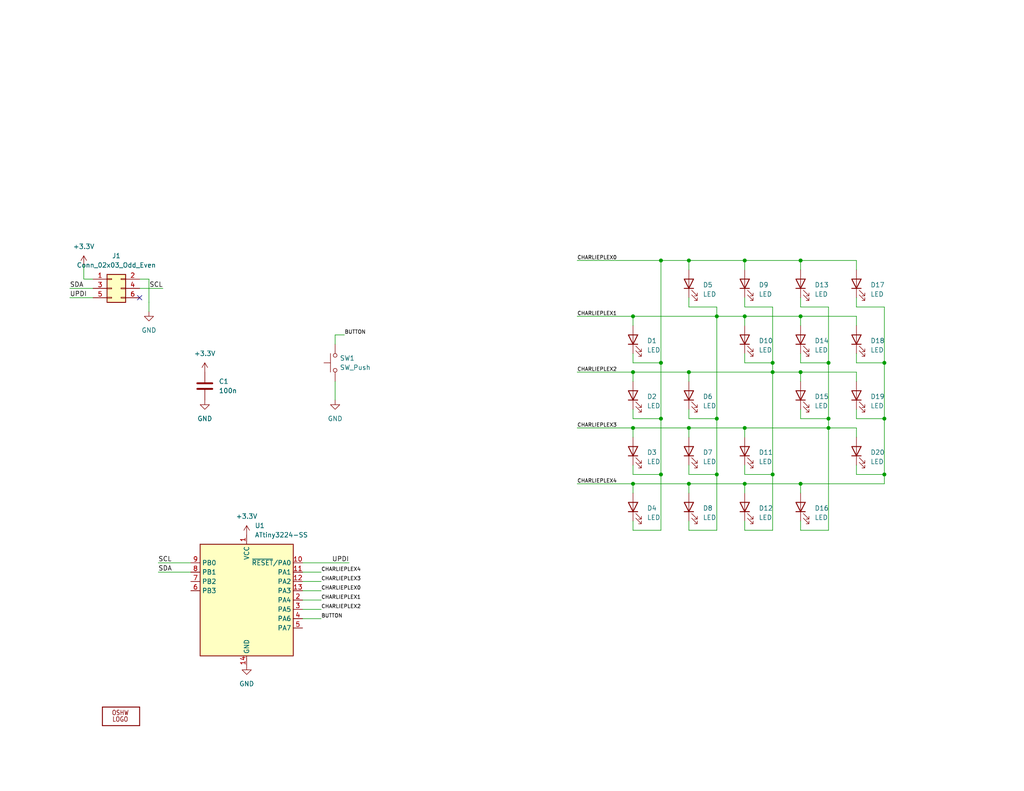
<source format=kicad_sch>
(kicad_sch (version 20230121) (generator eeschema)
  (paper "USLetter")
  (lib_symbols
    (symbol "Connector_Generic:Conn_02x03_Odd_Even" (pin_names (offset 1.016) hide)
      (property "Reference" "J" (at 1.27 5.08 0))
      (property "Value" "Conn_02x03_Odd_Even" (at 1.27 -5.08 0))
      (symbol "Conn_02x03_Odd_Even_1_1"
        (rectangle (start -1.27 -2.413) (end 0 -2.667) (stroke (width 0.1524)))
        (rectangle (start -1.27 0.127) (end 0 -0.127) (stroke (width 0.1524)))
        (rectangle (start -1.27 2.667) (end 0 2.413) (stroke (width 0.1524)))
        (rectangle (start -1.27 3.81) (end 3.81 -3.81) (stroke (width 0.254)) (fill (type background)))
        (rectangle (start 3.81 -2.413) (end 2.54 -2.667) (stroke (width 0.1524)))
        (rectangle (start 3.81 0.127) (end 2.54 -0.127) (stroke (width 0.1524)))
        (rectangle (start 3.81 2.667) (end 2.54 2.413) (stroke (width 0.1524)))
        (pin passive line (at -5.08 2.54 0) (length 3.81) (name "Pin_1") (number "1"))
        (pin passive line (at 7.62 2.54 180) (length 3.81) (name "Pin_2") (number "2"))
        (pin passive line (at -5.08 0 0) (length 3.81) (name "Pin_3") (number "3"))
        (pin passive line (at 7.62 0 180) (length 3.81) (name "Pin_4") (number "4"))
        (pin passive line (at -5.08 -2.54 0) (length 3.81) (name "Pin_5") (number "5"))
        (pin passive line (at 7.62 -2.54 180) (length 3.81) (name "Pin_6") (number "6"))
      )
    )
    (symbol "Device:C" (pin_numbers hide) (pin_names (offset 0.254))
      (property "Reference" "C" (at 0.635 2.54 0))
      (property "Value" "C" (at 0.635 -2.54 0))
      (symbol "C_0_1"
        (polyline (pts (xy -2.032 -0.762) (xy 2.032 -0.762)) (stroke (width 0.508)))
        (polyline (pts (xy -2.032 0.762) (xy 2.032 0.762)) (stroke (width 0.508)))
      )
      (symbol "C_1_1"
        (pin passive line (at 0 3.81 270) (length 2.794) (name "~") (number "1"))
        (pin passive line (at 0 -3.81 90) (length 2.794) (name "~") (number "2"))
      )
    )
    (symbol "Device:LED" (pin_numbers hide) (pin_names (offset 1.016) hide)
      (property "Reference" "D" (at 0 2.54 0))
      (property "Value" "LED" (at 0 -2.54 0))
      (symbol "LED_0_1"
        (polyline (pts (xy -1.27 -1.27) (xy -1.27 1.27)) (stroke (width 0.254)))
        (polyline (pts (xy -1.27 0) (xy 1.27 0)))
        (polyline (pts (xy 1.27 -1.27) (xy 1.27 1.27) (xy -1.27 0) (xy 1.27 -1.27)) (stroke (width 0.254)))
        (polyline (pts (xy -3.048 -0.762) (xy -4.572 -2.286) (xy -3.81 -2.286) (xy -4.572 -2.286) (xy -4.572 -1.524)))
        (polyline (pts (xy -1.778 -0.762) (xy -3.302 -2.286) (xy -2.54 -2.286) (xy -3.302 -2.286) (xy -3.302 -1.524)))
      )
      (symbol "LED_1_1"
        (pin passive line (at -3.81 0 0) (length 2.54) (name "K") (number "1"))
        (pin passive line (at 3.81 0 180) (length 2.54) (name "A") (number "2"))
      )
    )
    (symbol "MCU_Microchip_ATtiny:ATtiny3224-SS"
      (property "Reference" "U" (at -12.7 16.51 0))
      (property "Value" "ATtiny3224-SS" (at 2.54 -16.51 0))
      (symbol "ATtiny3224-SS_0_1"
        (rectangle (start -12.7 -15.24) (end 12.7 15.24) (stroke (width 0.254)) (fill (type background)))
      )
      (symbol "ATtiny3224-SS_1_1"
        (pin power_in line (at 0 17.78 270) (length 2.54) (name "VCC") (number "1"))
        (pin bidirectional line (at 15.24 10.16 180) (length 2.54) (name "~{RESET}/PA0") (number "10"))
        (pin bidirectional line (at 15.24 7.62 180) (length 2.54) (name "PA1") (number "11"))
        (pin bidirectional line (at 15.24 5.08 180) (length 2.54) (name "PA2") (number "12"))
        (pin bidirectional line (at 15.24 2.54 180) (length 2.54) (name "PA3") (number "13"))
        (pin power_in line (at 0 -17.78 90) (length 2.54) (name "GND") (number "14"))
        (pin bidirectional line (at 15.24 0 180) (length 2.54) (name "PA4") (number "2"))
        (pin bidirectional line (at 15.24 -2.54 180) (length 2.54) (name "PA5") (number "3"))
        (pin bidirectional line (at 15.24 -5.08 180) (length 2.54) (name "PA6") (number "4"))
        (pin bidirectional line (at 15.24 -7.62 180) (length 2.54) (name "PA7") (number "5"))
        (pin bidirectional line (at -15.24 2.54 0) (length 2.54) (name "PB3") (number "6"))
        (pin bidirectional line (at -15.24 5.08 0) (length 2.54) (name "PB2") (number "7"))
        (pin bidirectional line (at -15.24 7.62 0) (length 2.54) (name "PB1") (number "8"))
        (pin bidirectional line (at -15.24 10.16 0) (length 2.54) (name "PB0") (number "9"))
      )
    )
    (symbol "Switch:SW_Push" (pin_numbers hide) (pin_names (offset 1.016) hide)
      (property "Reference" "SW" (at 1.27 2.54 0))
      (property "Value" "SW_Push" (at 0 -1.524 0))
      (symbol "SW_Push_0_1"
        (circle (center -2.032 0) (radius 0.508))
        (polyline (pts (xy 0 1.27) (xy 0 3.048)))
        (polyline (pts (xy 2.54 1.27) (xy -2.54 1.27)))
        (circle (center 2.032 0) (radius 0.508))
        (pin passive line (at -5.08 0 0) (length 2.54) (name "1") (number "1"))
        (pin passive line (at 5.08 0 180) (length 2.54) (name "2") (number "2"))
      )
    )
    (symbol "power:+3.3V" (power) (pin_names (offset 0))
      (property "Value" "+3.3V" (at 0 3.556 0))
      (symbol "+3.3V_0_1"
        (polyline (pts (xy -0.762 1.27) (xy 0 2.54)))
        (polyline (pts (xy 0 0) (xy 0 2.54)))
        (polyline (pts (xy 0 2.54) (xy 0.762 1.27)))
      )
      (symbol "+3.3V_1_1"
        (pin power_in line (at 0 0 90) (length 0) hide (name "+3.3V") (number "1"))
      )
    )
    (symbol "power:GND" (power) (pin_names (offset 0))
      (property "Value" "GND" (at 0 -3.81 0))
      (symbol "GND_0_1"
        (polyline (pts (xy 0 0) (xy 0 -1.27) (xy 1.27 -1.27) (xy 0 -2.54) (xy -1.27 -1.27) (xy 0 -1.27)))
      )
      (symbol "GND_1_1"
        (pin power_in line (at 0 0 270) (length 0) hide (name "GND") (number "1"))
      )
    )
    (symbol "valentines-heart-punk-r1.2-rotated-eagle-import:OSHW_LOGO_FILLX0100-NT"
      (symbol "OSHW_LOGO_FILLX0100-NT_1_0"
        (polyline (pts (xy -5.08 -2.54) (xy -5.08 2.54)) (stroke (width 0.254)))
        (polyline (pts (xy -5.08 2.54) (xy 5.08 2.54)) (stroke (width 0.254)))
        (polyline (pts (xy 5.08 -2.54) (xy -5.08 -2.54)) (stroke (width 0.254)))
        (polyline (pts (xy 5.08 2.54) (xy 5.08 -2.54)) (stroke (width 0.254)))
        (text "LOGO" (at -2.413 -1.524 0) (effects (font (size 1.27 1.0795)) (justify left bottom)))
        (text "OSHW" (at -2.54 0.254 0) (effects (font (size 1.27 1.0795)) (justify left bottom)))
      )
    )
  )
  (junction (at 218.44 86.36))
  (junction (at 241.3 129.54))
  (junction (at 180.34 129.54))
  (junction (at 180.34 71.12))
  (junction (at 180.34 114.3))
  (junction (at 210.82 101.6))
  (junction (at 203.2 116.84))
  (junction (at 187.96 71.12))
  (junction (at 226.06 114.3))
  (junction (at 172.72 101.6))
  (junction (at 195.58 86.36))
  (junction (at 187.96 116.84))
  (junction (at 172.72 116.84))
  (junction (at 203.2 86.36))
  (junction (at 241.3 114.3))
  (junction (at 187.96 132.08))
  (junction (at 210.82 129.54))
  (junction (at 187.96 101.6))
  (junction (at 218.44 132.08))
  (junction (at 226.06 99.06))
  (junction (at 172.72 132.08))
  (junction (at 218.44 101.6))
  (junction (at 195.58 114.3))
  (junction (at 218.44 71.12))
  (junction (at 180.34 99.06))
  (junction (at 226.06 116.84))
  (junction (at 210.82 99.06))
  (junction (at 195.58 129.54))
  (junction (at 203.2 71.12))
  (junction (at 172.72 86.36))
  (junction (at 203.2 132.08))
  (junction (at 241.3 99.06))
  (no_connect (at 38.1 81.28))
  (wire (pts (xy 172.72 114.3) (xy 172.72 111.76)) (stroke (width 0.1524)))
  (wire (pts (xy 218.44 101.6) (xy 233.68 101.6)) (stroke (width 0.1524)))
  (wire (pts (xy 233.68 86.36) (xy 233.68 88.9)) (stroke (width 0.1524)))
  (wire (pts (xy 203.2 132.08) (xy 203.2 134.62)) (stroke (width 0.1524)))
  (wire (pts (xy 241.3 129.54) (xy 241.3 114.3)) (stroke (width 0.1524)))
  (wire (pts (xy 187.96 83.82) (xy 195.58 83.82)) (stroke (width 0.1524)))
  (wire (pts (xy 187.96 144.78) (xy 187.96 142.24)) (stroke (width 0.1524)))
  (wire (pts (xy 233.68 99.06) (xy 241.3 99.06)) (stroke (width 0.1524)))
  (wire (pts (xy 187.96 116.84) (xy 203.2 116.84)) (stroke (width 0.1524)))
  (wire (pts (xy 203.2 99.06) (xy 210.82 99.06)) (stroke (width 0.1524)))
  (wire (pts (xy 218.44 132.08) (xy 241.3 132.08)) (stroke (width 0.1524)))
  (wire (pts (xy 210.82 99.06) (xy 210.82 101.6)) (stroke (width 0.1524)))
  (wire (pts (xy 195.58 144.78) (xy 195.58 129.54)) (stroke (width 0.1524)))
  (wire (pts (xy 22.86 76.2) (xy 25.4 76.2)) (stroke (width 0.1524)))
  (wire (pts (xy 172.72 86.36) (xy 172.72 88.9)) (stroke (width 0.1524)))
  (wire (pts (xy 203.2 132.08) (xy 218.44 132.08)) (stroke (width 0.1524)))
  (wire (pts (xy 241.3 132.08) (xy 241.3 129.54)) (stroke (width 0.1524)))
  (wire (pts (xy 172.72 132.08) (xy 157.48 132.08)) (stroke (width 0.1524)))
  (wire (pts (xy 172.72 129.54) (xy 180.34 129.54)) (stroke (width 0.1524)))
  (wire (pts (xy 233.68 111.76) (xy 233.68 114.3)) (stroke (width 0.1524)))
  (wire (pts (xy 187.96 144.78) (xy 195.58 144.78)) (stroke (width 0.1524)))
  (wire (pts (xy 91.44 91.44) (xy 93.98 91.44)) (stroke (width 0.1524)))
  (wire (pts (xy 210.82 144.78) (xy 210.82 129.54)) (stroke (width 0.1524)))
  (wire (pts (xy 233.68 129.54) (xy 241.3 129.54)) (stroke (width 0.1524)))
  (wire (pts (xy 233.68 96.52) (xy 233.68 99.06)) (stroke (width 0.1524)))
  (wire (pts (xy 40.64 82.55) (xy 40.64 85.09)) (stroke (width 0.1524)))
  (wire (pts (xy 203.2 86.36) (xy 195.58 86.36)) (stroke (width 0.1524)))
  (wire (pts (xy 218.44 86.36) (xy 233.68 86.36)) (stroke (width 0.1524)))
  (wire (pts (xy 203.2 86.36) (xy 203.2 88.9)) (stroke (width 0.1524)))
  (wire (pts (xy 82.55 166.37) (xy 87.63 166.37)) (stroke (width 0.1524)))
  (wire (pts (xy 180.34 99.06) (xy 180.34 114.3)) (stroke (width 0.1524)))
  (wire (pts (xy 210.82 101.6) (xy 187.96 101.6)) (stroke (width 0.1524)))
  (wire (pts (xy 218.44 99.06) (xy 218.44 96.52)) (stroke (width 0.1524)))
  (wire (pts (xy 226.06 114.3) (xy 226.06 116.84)) (stroke (width 0.1524)))
  (wire (pts (xy 218.44 99.06) (xy 226.06 99.06)) (stroke (width 0.1524)))
  (wire (pts (xy 210.82 129.54) (xy 210.82 101.6)) (stroke (width 0.1524)))
  (wire (pts (xy 40.64 76.2) (xy 40.64 82.55)))
  (wire (pts (xy 172.72 144.78) (xy 172.72 142.24)) (stroke (width 0.1524)))
  (wire (pts (xy 233.68 116.84) (xy 233.68 119.38)) (stroke (width 0.1524)))
  (wire (pts (xy 172.72 99.06) (xy 172.72 96.52)) (stroke (width 0.1524)))
  (wire (pts (xy 172.72 132.08) (xy 172.72 134.62)) (stroke (width 0.1524)))
  (wire (pts (xy 187.96 71.12) (xy 187.96 73.66)) (stroke (width 0.1524)))
  (wire (pts (xy 203.2 71.12) (xy 203.2 73.66)) (stroke (width 0.1524)))
  (wire (pts (xy 38.1 78.74) (xy 44.45 78.74)))
  (wire (pts (xy 187.96 116.84) (xy 187.96 119.38)) (stroke (width 0.1524)))
  (wire (pts (xy 172.72 101.6) (xy 157.48 101.6)) (stroke (width 0.1524)))
  (wire (pts (xy 82.55 153.67) (xy 95.25 153.67)))
  (wire (pts (xy 195.58 114.3) (xy 195.58 86.36)) (stroke (width 0.1524)))
  (wire (pts (xy 157.48 86.36) (xy 172.72 86.36)) (stroke (width 0.1524)))
  (wire (pts (xy 172.72 114.3) (xy 180.34 114.3)) (stroke (width 0.1524)))
  (wire (pts (xy 241.3 114.3) (xy 241.3 99.06)) (stroke (width 0.1524)))
  (wire (pts (xy 195.58 83.82) (xy 195.58 86.36)) (stroke (width 0.1524)))
  (wire (pts (xy 82.55 163.83) (xy 87.63 163.83)) (stroke (width 0.1524)))
  (wire (pts (xy 226.06 99.06) (xy 226.06 114.3)) (stroke (width 0.1524)))
  (wire (pts (xy 203.2 116.84) (xy 226.06 116.84)) (stroke (width 0.1524)))
  (wire (pts (xy 233.68 127) (xy 233.68 129.54)) (stroke (width 0.1524)))
  (wire (pts (xy 226.06 116.84) (xy 233.68 116.84)) (stroke (width 0.1524)))
  (wire (pts (xy 43.18 156.21) (xy 52.07 156.21)))
  (wire (pts (xy 172.72 116.84) (xy 187.96 116.84)) (stroke (width 0.1524)))
  (wire (pts (xy 218.44 101.6) (xy 210.82 101.6)) (stroke (width 0.1524)))
  (wire (pts (xy 241.3 83.82) (xy 233.68 83.82)) (stroke (width 0.1524)))
  (wire (pts (xy 233.68 101.6) (xy 233.68 104.14)) (stroke (width 0.1524)))
  (wire (pts (xy 241.3 99.06) (xy 241.3 83.82)) (stroke (width 0.1524)))
  (wire (pts (xy 226.06 116.84) (xy 226.06 144.78)) (stroke (width 0.1524)))
  (wire (pts (xy 187.96 132.08) (xy 203.2 132.08)) (stroke (width 0.1524)))
  (wire (pts (xy 218.44 86.36) (xy 218.44 88.9)) (stroke (width 0.1524)))
  (wire (pts (xy 218.44 71.12) (xy 233.68 71.12)) (stroke (width 0.1524)))
  (wire (pts (xy 172.72 101.6) (xy 172.72 104.14)) (stroke (width 0.1524)))
  (wire (pts (xy 82.55 158.75) (xy 87.63 158.75)) (stroke (width 0.1524)))
  (wire (pts (xy 187.96 114.3) (xy 187.96 111.76)) (stroke (width 0.1524)))
  (wire (pts (xy 172.72 129.54) (xy 172.72 127)) (stroke (width 0.1524)))
  (wire (pts (xy 218.44 114.3) (xy 226.06 114.3)) (stroke (width 0.1524)))
  (wire (pts (xy 233.68 114.3) (xy 241.3 114.3)) (stroke (width 0.1524)))
  (wire (pts (xy 187.96 71.12) (xy 180.34 71.12)) (stroke (width 0.1524)))
  (wire (pts (xy 91.44 109.22) (xy 91.44 104.14)) (stroke (width 0.1524)))
  (wire (pts (xy 180.34 71.12) (xy 180.34 99.06)) (stroke (width 0.1524)))
  (wire (pts (xy 187.96 129.54) (xy 195.58 129.54)) (stroke (width 0.1524)))
  (wire (pts (xy 203.2 83.82) (xy 210.82 83.82)) (stroke (width 0.1524)))
  (wire (pts (xy 19.05 81.28) (xy 25.4 81.28)))
  (wire (pts (xy 218.44 71.12) (xy 203.2 71.12)) (stroke (width 0.1524)))
  (wire (pts (xy 22.86 72.39) (xy 22.86 76.2)) (stroke (width 0.1524)))
  (wire (pts (xy 195.58 129.54) (xy 195.58 114.3)) (stroke (width 0.1524)))
  (wire (pts (xy 203.2 129.54) (xy 203.2 127)) (stroke (width 0.1524)))
  (wire (pts (xy 180.34 144.78) (xy 172.72 144.78)) (stroke (width 0.1524)))
  (wire (pts (xy 233.68 83.82) (xy 233.68 81.28)) (stroke (width 0.1524)))
  (wire (pts (xy 180.34 71.12) (xy 157.48 71.12)) (stroke (width 0.1524)))
  (wire (pts (xy 203.2 144.78) (xy 203.2 142.24)) (stroke (width 0.1524)))
  (wire (pts (xy 43.18 153.67) (xy 52.07 153.67)))
  (wire (pts (xy 187.96 83.82) (xy 187.96 81.28)) (stroke (width 0.1524)))
  (wire (pts (xy 91.44 91.44) (xy 91.44 93.98)) (stroke (width 0.1524)))
  (wire (pts (xy 203.2 83.82) (xy 203.2 81.28)) (stroke (width 0.1524)))
  (wire (pts (xy 19.05 78.74) (xy 25.4 78.74)))
  (wire (pts (xy 203.2 86.36) (xy 218.44 86.36)) (stroke (width 0.1524)))
  (wire (pts (xy 187.96 101.6) (xy 187.96 104.14)) (stroke (width 0.1524)))
  (wire (pts (xy 82.55 161.29) (xy 87.63 161.29)) (stroke (width 0.1524)))
  (wire (pts (xy 218.44 83.82) (xy 218.44 81.28)) (stroke (width 0.1524)))
  (wire (pts (xy 38.1 76.2) (xy 40.64 76.2)))
  (wire (pts (xy 218.44 83.82) (xy 226.06 83.82)) (stroke (width 0.1524)))
  (wire (pts (xy 218.44 71.12) (xy 218.44 73.66)) (stroke (width 0.1524)))
  (wire (pts (xy 187.96 129.54) (xy 187.96 127)) (stroke (width 0.1524)))
  (wire (pts (xy 195.58 86.36) (xy 172.72 86.36)) (stroke (width 0.1524)))
  (wire (pts (xy 203.2 71.12) (xy 187.96 71.12)) (stroke (width 0.1524)))
  (wire (pts (xy 203.2 144.78) (xy 210.82 144.78)) (stroke (width 0.1524)))
  (wire (pts (xy 172.72 99.06) (xy 180.34 99.06)) (stroke (width 0.1524)))
  (wire (pts (xy 187.96 114.3) (xy 195.58 114.3)) (stroke (width 0.1524)))
  (wire (pts (xy 172.72 116.84) (xy 172.72 119.38)) (stroke (width 0.1524)))
  (wire (pts (xy 218.44 114.3) (xy 218.44 111.76)) (stroke (width 0.1524)))
  (wire (pts (xy 82.55 168.91) (xy 87.63 168.91)) (stroke (width 0.1524)))
  (wire (pts (xy 187.96 101.6) (xy 172.72 101.6)) (stroke (width 0.1524)))
  (wire (pts (xy 226.06 144.78) (xy 218.44 144.78)) (stroke (width 0.1524)))
  (wire (pts (xy 203.2 99.06) (xy 203.2 96.52)) (stroke (width 0.1524)))
  (wire (pts (xy 172.72 132.08) (xy 187.96 132.08)) (stroke (width 0.1524)))
  (wire (pts (xy 82.55 156.21) (xy 87.63 156.21)) (stroke (width 0.1524)))
  (wire (pts (xy 180.34 129.54) (xy 180.34 144.78)) (stroke (width 0.1524)))
  (wire (pts (xy 187.96 132.08) (xy 187.96 134.62)) (stroke (width 0.1524)))
  (wire (pts (xy 180.34 114.3) (xy 180.34 129.54)) (stroke (width 0.1524)))
  (wire (pts (xy 218.44 101.6) (xy 218.44 104.14)) (stroke (width 0.1524)))
  (wire (pts (xy 218.44 144.78) (xy 218.44 142.24)) (stroke (width 0.1524)))
  (wire (pts (xy 210.82 83.82) (xy 210.82 99.06)) (stroke (width 0.1524)))
  (wire (pts (xy 172.72 116.84) (xy 157.48 116.84)) (stroke (width 0.1524)))
  (wire (pts (xy 210.82 129.54) (xy 203.2 129.54)) (stroke (width 0.1524)))
  (wire (pts (xy 218.44 132.08) (xy 218.44 134.62)) (stroke (width 0.1524)))
  (wire (pts (xy 226.06 83.82) (xy 226.06 99.06)) (stroke (width 0.1524)))
  (wire (pts (xy 203.2 116.84) (xy 203.2 119.38)) (stroke (width 0.1524)))
  (wire (pts (xy 233.68 71.12) (xy 233.68 73.66)) (stroke (width 0.1524)))
  (label "SDA" (at 19.05 78.74 0))
  (label "UPDI" (at 95.25 153.67 180))
  (label "CHARLIEPLEX4" (at 157.48 132.08 0) (effects (font (size 0.9957 0.9957))))
  (label "CHARLIEPLEX2" (at 157.48 101.6 0) (effects (font (size 0.9957 0.9957))))
  (label "CHARLIEPLEX0" (at 157.48 71.12 0) (effects (font (size 0.9957 0.9957))))
  (label "BUTTON" (at 87.63 168.91 0) (effects (font (size 0.9957 0.9957))))
  (label "SCL" (at 44.45 78.74 180))
  (label "CHARLIEPLEX4" (at 87.63 156.21 0) (effects (font (size 0.9957 0.9957))))
  (label "SDA" (at 43.18 156.21 0))
  (label "CHARLIEPLEX3" (at 157.48 116.84 0) (effects (font (size 0.9957 0.9957))))
  (label "CHARLIEPLEX2" (at 87.63 166.37 0) (effects (font (size 0.9957 0.9957))))
  (label "CHARLIEPLEX1" (at 87.63 163.83 0) (effects (font (size 0.9957 0.9957))))
  (label "UPDI" (at 19.05 81.28 0))
  (label "SCL" (at 43.18 153.67 0))
  (label "BUTTON" (at 93.98 91.44 0) (effects (font (size 0.9957 0.9957))))
  (label "CHARLIEPLEX1" (at 157.48 86.36 0) (effects (font (size 0.9957 0.9957))))
  (label "CHARLIEPLEX3" (at 87.63 158.75 0) (effects (font (size 0.9957 0.9957))))
  (label "CHARLIEPLEX0" (at 87.63 161.29 0) (effects (font (size 0.9957 0.9957))))
  (symbol (lib_id "Device:LED") (at 218.44 107.95 90) (unit 1)
    (property "Reference" "D15" (at 222.25 108.2675 90) (effects (justify right)))
    (property "Value" "LED" (at 222.25 110.8075 90) (effects (justify right)))
    (property "Footprint" "LED_SMD:LED_1206_3216Metric" (effects hide))
  )
  (symbol (lib_id "Device:LED") (at 203.2 92.71 90) (unit 1)
    (property "Reference" "D10" (at 207.01 93.0275 90) (effects (justify right)))
    (property "Value" "LED" (at 207.01 95.5675 90) (effects (justify right)))
    (property "Footprint" "LED_SMD:LED_1206_3216Metric" (effects hide))
  )
  (symbol (lib_id "power:GND") (at 40.64 85.09 0) (unit 1)
    (property "Reference" "#PWR01" (effects hide))
    (property "Value" "GND" (at 40.64 90.17 0))
  )
  (symbol (lib_id "Connector_Generic:Conn_02x03_Odd_Even") (at 30.48 78.74 0) (unit 1)
    (property "Reference" "J1" (at 31.75 69.85 0))
    (property "Value" "Conn_02x03_Odd_Even" (at 31.75 72.39 0))
    (property "Footprint" "Connector_IDC:IDC-Header_2x03_P2.54mm_Vertical_SMD" (effects hide))
  )
  (symbol (lib_id "Device:LED") (at 203.2 77.47 90) (unit 1)
    (property "Reference" "D9" (at 207.01 77.7875 90) (effects (justify right)))
    (property "Value" "LED" (at 207.01 80.3275 90) (effects (justify right)))
    (property "Footprint" "LED_SMD:LED_1206_3216Metric" (effects hide))
  )
  (symbol (lib_id "power:GND") (at 67.31 181.61 0) (unit 1)
    (property "Reference" "#PWR04" (effects hide))
    (property "Value" "GND" (at 67.31 186.69 0))
  )
  (symbol (lib_id "Device:C") (at 55.88 105.41 0) (unit 1)
    (property "Reference" "C1" (at 59.69 104.14 0) (effects (justify left)))
    (property "Value" "100n" (at 59.69 106.68 0) (effects (justify left)))
    (property "Footprint" "Capacitor_SMD:C_1206_3216Metric" (effects hide))
  )
  (symbol (lib_id "Device:LED") (at 233.68 77.47 90) (unit 1)
    (property "Reference" "D17" (at 237.49 77.7875 90) (effects (justify right)))
    (property "Value" "LED" (at 237.49 80.3275 90) (effects (justify right)))
    (property "Footprint" "LED_SMD:LED_1206_3216Metric" (effects hide))
  )
  (symbol (lib_id "Device:LED") (at 172.72 138.43 90) (unit 1)
    (property "Reference" "D4" (at 176.53 138.7475 90) (effects (justify right)))
    (property "Value" "LED" (at 176.53 141.2875 90) (effects (justify right)))
    (property "Footprint" "LED_SMD:LED_1206_3216Metric" (effects hide))
  )
  (symbol (lib_id "Device:LED") (at 172.72 92.71 90) (unit 1)
    (property "Reference" "D1" (at 176.53 93.0275 90) (effects (justify right)))
    (property "Value" "LED" (at 176.53 95.5675 90) (effects (justify right)))
    (property "Footprint" "LED_SMD:LED_1206_3216Metric" (effects hide))
  )
  (symbol (lib_id "Device:LED") (at 218.44 92.71 90) (unit 1)
    (property "Reference" "D14" (at 222.25 93.0275 90) (effects (justify right)))
    (property "Value" "LED" (at 222.25 95.5675 90) (effects (justify right)))
    (property "Footprint" "LED_SMD:LED_1206_3216Metric" (effects hide))
  )
  (symbol (lib_id "power:+3.3V") (at 22.86 72.39 0) (unit 1)
    (property "Reference" "#PWR07" (effects hide))
    (property "Value" "+3.3V" (at 22.86 67.31 0))
  )
  (symbol (lib_id "Device:LED") (at 233.68 123.19 90) (unit 1)
    (property "Reference" "D20" (at 237.49 123.5075 90) (effects (justify right)))
    (property "Value" "LED" (at 237.49 126.0475 90) (effects (justify right)))
    (property "Footprint" "LED_SMD:LED_1206_3216Metric" (effects hide))
  )
  (symbol (lib_id "Device:LED") (at 233.68 92.71 90) (unit 1)
    (property "Reference" "D18" (at 237.49 93.0275 90) (effects (justify right)))
    (property "Value" "LED" (at 237.49 95.5675 90) (effects (justify right)))
    (property "Footprint" "LED_SMD:LED_1206_3216Metric" (effects hide))
  )
  (symbol (lib_id "Switch:SW_Push") (at 91.44 99.06 90) (unit 1)
    (property "Reference" "SW1" (at 92.71 97.79 90) (effects (justify right)))
    (property "Value" "SW_Push" (at 92.71 100.33 90) (effects (justify right)))
    (property "Footprint" "Button_Switch_SMD:SW_SPST_CK_RS282G05A3" (effects hide))
  )
  (symbol (lib_id "Device:LED") (at 218.44 138.43 90) (unit 1)
    (property "Reference" "D16" (at 222.25 138.7475 90) (effects (justify right)))
    (property "Value" "LED" (at 222.25 141.2875 90) (effects (justify right)))
    (property "Footprint" "LED_SMD:LED_1206_3216Metric" (effects hide))
  )
  (symbol (lib_id "Device:LED") (at 172.72 107.95 90) (unit 1)
    (property "Reference" "D2" (at 176.53 108.2675 90) (effects (justify right)))
    (property "Value" "LED" (at 176.53 110.8075 90) (effects (justify right)))
    (property "Footprint" "LED_SMD:LED_1206_3216Metric" (effects hide))
  )
  (symbol (lib_id "Device:LED") (at 187.96 107.95 90) (unit 1)
    (property "Reference" "D6" (at 191.77 108.2675 90) (effects (justify right)))
    (property "Value" "LED" (at 191.77 110.8075 90) (effects (justify right)))
    (property "Footprint" "LED_SMD:LED_1206_3216Metric" (effects hide))
  )
  (symbol (lib_id "power:+3.3V") (at 67.31 146.05 0) (unit 1)
    (property "Reference" "#PWR05" (effects hide))
    (property "Value" "+3.3V" (at 67.31 140.97 0))
  )
  (symbol (lib_id "Device:LED") (at 203.2 123.19 90) (unit 1)
    (property "Reference" "D11" (at 207.01 123.5075 90) (effects (justify right)))
    (property "Value" "LED" (at 207.01 126.0475 90) (effects (justify right)))
    (property "Footprint" "LED_SMD:LED_1206_3216Metric" (effects hide))
  )
  (symbol (lib_id "Device:LED") (at 172.72 123.19 90) (unit 1)
    (property "Reference" "D3" (at 176.53 123.5075 90) (effects (justify right)))
    (property "Value" "LED" (at 176.53 126.0475 90) (effects (justify right)))
    (property "Footprint" "LED_SMD:LED_1206_3216Metric" (effects hide))
  )
  (symbol (lib_id "power:+3.3V") (at 55.88 101.6 0) (unit 1)
    (property "Reference" "#PWR06" (effects hide))
    (property "Value" "+3.3V" (at 55.88 96.52 0))
  )
  (symbol (lib_id "power:GND") (at 91.44 109.22 0) (unit 1)
    (property "Reference" "#PWR03" (effects hide))
    (property "Value" "GND" (at 91.44 114.3 0))
  )
  (symbol (lib_id "valentines-heart-punk-r1.2-rotated-eagle-import:OSHW_LOGO_FILLX0100-NT") (at 33.02 195.58 0) (unit 1)
    (property "Reference" "LOGO1" (effects hide))
    (property "Value" "OSHW_LOGO_FILLX0100-NT" (effects hide))
    (property "Footprint" "valentines-heart-punk-r1.2-rotated:OSHW_FILLX100_NOTEXT" (effects hide))
  )
  (symbol (lib_id "Device:LED") (at 187.96 77.47 90) (unit 1)
    (property "Reference" "D5" (at 191.77 77.7875 90) (effects (justify right)))
    (property "Value" "LED" (at 191.77 80.3275 90) (effects (justify right)))
    (property "Footprint" "LED_SMD:LED_1206_3216Metric" (effects hide))
  )
  (symbol (lib_id "Device:LED") (at 187.96 138.43 90) (unit 1)
    (property "Reference" "D8" (at 191.77 138.7475 90) (effects (justify right)))
    (property "Value" "LED" (at 191.77 141.2875 90) (effects (justify right)))
    (property "Footprint" "LED_SMD:LED_1206_3216Metric" (effects hide))
  )
  (symbol (lib_id "Device:LED") (at 187.96 123.19 90) (unit 1)
    (property "Reference" "D7" (at 191.77 123.5075 90) (effects (justify right)))
    (property "Value" "LED" (at 191.77 126.0475 90) (effects (justify right)))
    (property "Footprint" "LED_SMD:LED_1206_3216Metric" (effects hide))
  )
  (symbol (lib_id "Device:LED") (at 233.68 107.95 90) (unit 1)
    (property "Reference" "D19" (at 237.49 108.2675 90) (effects (justify right)))
    (property "Value" "LED" (at 237.49 110.8075 90) (effects (justify right)))
    (property "Footprint" "LED_SMD:LED_1206_3216Metric" (effects hide))
  )
  (symbol (lib_id "power:GND") (at 55.88 109.22 0) (unit 1)
    (property "Reference" "#PWR02" (effects hide))
    (property "Value" "GND" (at 55.88 114.3 0))
  )
  (symbol (lib_id "MCU_Microchip_ATtiny:ATtiny3224-SS") (at 67.31 163.83 0) (unit 1)
    (property "Reference" "U1" (at 69.5041 143.51 0) (effects (justify left)))
    (property "Value" "ATtiny3224-SS" (at 69.5041 146.05 0) (effects (justify left)))
    (property "Footprint" "Package_SO:SOIC-14_3.9x8.7mm_P1.27mm" (effects hide))
    (property "Datasheet" "https://ww1.microchip.com/downloads/en/DeviceDoc/ATtiny3224-3226-3227-Data-Sheet-DS40002345A.pdf" (effects hide))
  )
  (symbol (lib_id "Device:LED") (at 218.44 77.47 90) (unit 1)
    (property "Reference" "D13" (at 222.25 77.7875 90) (effects (justify right)))
    (property "Value" "LED" (at 222.25 80.3275 90) (effects (justify right)))
    (property "Footprint" "LED_SMD:LED_1206_3216Metric" (effects hide))
  )
  (symbol (lib_id "Device:LED") (at 203.2 138.43 90) (unit 1)
    (property "Reference" "D12" (at 207.01 138.7475 90) (effects (justify right)))
    (property "Value" "LED" (at 207.01 141.2875 90) (effects (justify right)))
    (property "Footprint" "LED_SMD:LED_1206_3216Metric" (effects hide))
  )
)
</source>
